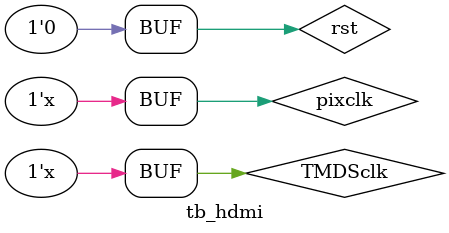
<source format=v>
`timescale 1ns / 1ps

module tb_hdmi;

// ===========================================================================
// clk/rst generation
// ===========================================================================

// clock period in nanoseconds
`define CLK_PERIOD 8

reg TMDSclk;
reg pixclk;
reg rst;

always #(`CLK_PERIOD/2) TMDSclk = ~TMDSclk;
always #(10*`CLK_PERIOD/2) pixclk = ~pixclk;

initial begin
    TMDSclk <= 1;
    pixclk <= 1;
    rst <= 1;
    
    #(`CLK_PERIOD*2) rst <= 0;
end

// ===========================================================================
// input/outputs
// ===========================================================================
parameter ADDR_WIDTH = 19;  // log(width*height)/ log(2)
parameter VAL_RES = 12;     // val resolution

// inputs
reg [VAL_RES-1:0] val;
reg readValEn;
reg [31:0] width;
reg [31:0] height;

wire [2:0] TMDSp;
wire [2:0] TMDSn;
wire TMDSp_clk;
wire TMDSn_clk;

// ===========================================================================
// 
// ===========================================================================


// ===========================================================================
// dut
// ===========================================================================

hdmiIP hdmi(
    TMDSclk,
    pixclk,
    rst,

    // inputs
    val,
    readValEn,
    width,
    height,

    // outputs
    TMDSp,
    TMDSn,
    TMDSp_clk,
    TMDSn_clk
);

endmodule

</source>
